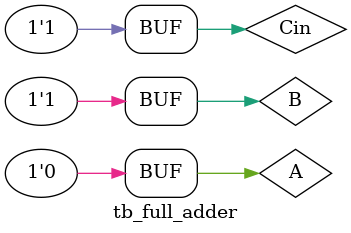
<source format=v>
`timescale 1ns / 1ps


module tb_full_adder();

reg A;
reg B;
reg Cin;
wire Cout;
wire Sum;

full_adder uut(.A(A),.B(B),.Cin(Cin),.Sum(Sum),.Cout(Cout));
initial begin
    #10 
    A = 1'b0;
    B = 1'b0;
    Cin = 1'b0;
    #10 
    A = 1'b1;
    B = 1'b1;
    Cin = 1'b0;
    #10 
    A = 1'b1;
    B = 1'b1;
    Cin = 1'b1;
    #10 
    A = 1'b0;
    B = 1'b1;
    Cin = 1'b1;
    
    
end
endmodule

</source>
